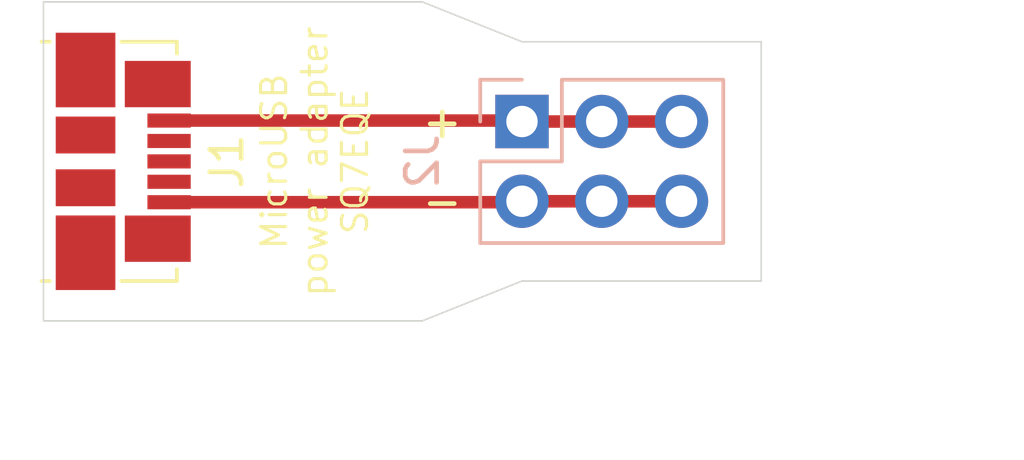
<source format=kicad_pcb>
(kicad_pcb (version 20171130) (host pcbnew 5.1.4-3.fc31)

  (general
    (thickness 1.6)
    (drawings 16)
    (tracks 8)
    (zones 0)
    (modules 2)
    (nets 7)
  )

  (page A4)
  (title_block
    (title "MicroUSB to PCB power Adapter")
    (date 2019-11-20)
    (rev 0.5)
    (company "MSc. Paweł Sobótka")
    (comment 1 "GNU GPLv3")
    (comment 2 "Design by SQ7EQE")
  )

  (layers
    (0 F.Cu signal)
    (31 B.Cu signal)
    (32 B.Adhes user)
    (33 F.Adhes user)
    (34 B.Paste user)
    (35 F.Paste user)
    (36 B.SilkS user)
    (37 F.SilkS user)
    (38 B.Mask user)
    (39 F.Mask user)
    (40 Dwgs.User user)
    (41 Cmts.User user)
    (42 Eco1.User user)
    (43 Eco2.User user)
    (44 Edge.Cuts user)
    (45 Margin user)
    (46 B.CrtYd user)
    (47 F.CrtYd user)
    (48 B.Fab user)
    (49 F.Fab user)
  )

  (setup
    (last_trace_width 0.25)
    (user_trace_width 0.4)
    (trace_clearance 0.2)
    (zone_clearance 0.508)
    (zone_45_only no)
    (trace_min 0.2)
    (via_size 0.8)
    (via_drill 0.4)
    (via_min_size 0.4)
    (via_min_drill 0.3)
    (uvia_size 0.3)
    (uvia_drill 0.1)
    (uvias_allowed no)
    (uvia_min_size 0.2)
    (uvia_min_drill 0.1)
    (edge_width 0.05)
    (segment_width 0.2)
    (pcb_text_width 0.3)
    (pcb_text_size 1.5 1.5)
    (mod_edge_width 0.12)
    (mod_text_size 1 1)
    (mod_text_width 0.15)
    (pad_size 1.524 1.524)
    (pad_drill 0.762)
    (pad_to_mask_clearance 0.051)
    (solder_mask_min_width 0.25)
    (aux_axis_origin 0 0)
    (visible_elements FFFFFF7F)
    (pcbplotparams
      (layerselection 0x092fc_ffffffff)
      (usegerberextensions false)
      (usegerberattributes true)
      (usegerberadvancedattributes true)
      (creategerberjobfile true)
      (excludeedgelayer true)
      (linewidth 0.150000)
      (plotframeref false)
      (viasonmask false)
      (mode 1)
      (useauxorigin true)
      (hpglpennumber 1)
      (hpglpenspeed 20)
      (hpglpendiameter 15.000000)
      (psnegative false)
      (psa4output false)
      (plotreference true)
      (plotvalue true)
      (plotinvisibletext false)
      (padsonsilk false)
      (subtractmaskfromsilk true)
      (outputformat 1)
      (mirror false)
      (drillshape 0)
      (scaleselection 1)
      (outputdirectory "plot/"))
  )

  (net 0 "")
  (net 1 "Net-(J1-Pad1)")
  (net 2 "Net-(J1-Pad2)")
  (net 3 "Net-(J1-Pad3)")
  (net 4 "Net-(J1-Pad4)")
  (net 5 "Net-(J1-Pad5)")
  (net 6 "Net-(J1-Pad6)")

  (net_class Default "To jest domyślna klasa połączeń."
    (clearance 0.2)
    (trace_width 0.25)
    (via_dia 0.8)
    (via_drill 0.4)
    (uvia_dia 0.3)
    (uvia_drill 0.1)
    (add_net "Net-(J1-Pad1)")
    (add_net "Net-(J1-Pad2)")
    (add_net "Net-(J1-Pad3)")
    (add_net "Net-(J1-Pad4)")
    (add_net "Net-(J1-Pad5)")
    (add_net "Net-(J1-Pad6)")
  )

  (module microUSB-to-pcb-power-adapter:PinHeader_2x03_P2.54mm_Vertical (layer B.Cu) (tedit 5DD54C37) (tstamp 5DD54B6A)
    (at 119.38 87.63 270)
    (descr "Through hole straight pin header, 2x03, 2.54mm pitch, double rows")
    (tags "Through hole pin header THT 2x03 2.54mm double row")
    (path /5DD54D9C)
    (fp_text reference J2 (at 1.27 3.175 270) (layer B.SilkS)
      (effects (font (size 1 1) (thickness 0.15)) (justify mirror))
    )
    (fp_text value Conn_PinHeader_PCB (at -5.08 -1.27 180) (layer B.Fab) hide
      (effects (font (size 1 1) (thickness 0.15)) (justify mirror))
    )
    (fp_text user %R (at 1.27 -2.54) (layer B.Fab)
      (effects (font (size 1 1) (thickness 0.15)) (justify mirror))
    )
    (fp_line (start 4.35 1.8) (end -1.8 1.8) (layer B.CrtYd) (width 0.05))
    (fp_line (start 4.35 -6.85) (end 4.35 1.8) (layer B.CrtYd) (width 0.05))
    (fp_line (start -1.8 -6.85) (end 4.35 -6.85) (layer B.CrtYd) (width 0.05))
    (fp_line (start -1.8 1.8) (end -1.8 -6.85) (layer B.CrtYd) (width 0.05))
    (fp_line (start -1.33 1.33) (end 0 1.33) (layer B.SilkS) (width 0.12))
    (fp_line (start -1.33 0) (end -1.33 1.33) (layer B.SilkS) (width 0.12))
    (fp_line (start 1.27 1.33) (end 3.87 1.33) (layer B.SilkS) (width 0.12))
    (fp_line (start 1.27 -1.27) (end 1.27 1.33) (layer B.SilkS) (width 0.12))
    (fp_line (start -1.33 -1.27) (end 1.27 -1.27) (layer B.SilkS) (width 0.12))
    (fp_line (start 3.87 1.33) (end 3.87 -6.41) (layer B.SilkS) (width 0.12))
    (fp_line (start -1.33 -1.27) (end -1.33 -6.41) (layer B.SilkS) (width 0.12))
    (fp_line (start -1.33 -6.41) (end 3.87 -6.41) (layer B.SilkS) (width 0.12))
    (fp_line (start -1.27 0) (end 0 1.27) (layer B.Fab) (width 0.1))
    (fp_line (start -1.27 -6.35) (end -1.27 0) (layer B.Fab) (width 0.1))
    (fp_line (start 3.81 -6.35) (end -1.27 -6.35) (layer B.Fab) (width 0.1))
    (fp_line (start 3.81 1.27) (end 3.81 -6.35) (layer B.Fab) (width 0.1))
    (fp_line (start 0 1.27) (end 3.81 1.27) (layer B.Fab) (width 0.1))
    (pad 4 thru_hole oval (at 2.54 -5.08 270) (size 1.7 1.7) (drill 1) (layers *.Cu *.Mask)
      (net 5 "Net-(J1-Pad5)"))
    (pad 3 thru_hole oval (at 0 -5.08 270) (size 1.7 1.7) (drill 1) (layers *.Cu *.Mask)
      (net 1 "Net-(J1-Pad1)"))
    (pad 5 thru_hole oval (at 2.54 -2.54 270) (size 1.7 1.7) (drill 1) (layers *.Cu *.Mask)
      (net 5 "Net-(J1-Pad5)"))
    (pad 2 thru_hole oval (at 0 -2.54 270) (size 1.7 1.7) (drill 1) (layers *.Cu *.Mask)
      (net 1 "Net-(J1-Pad1)"))
    (pad 6 thru_hole oval (at 2.54 0 270) (size 1.7 1.7) (drill 1) (layers *.Cu *.Mask)
      (net 5 "Net-(J1-Pad5)"))
    (pad 1 thru_hole rect (at 0 0 270) (size 1.7 1.7) (drill 1) (layers *.Cu *.Mask)
      (net 1 "Net-(J1-Pad1)"))
    (model ${KISYS3DMOD}/Connector_PinHeader_2.54mm.3dshapes/PinHeader_2x03_P2.54mm_Vertical.wrl
      (at (xyz 0 0 0))
      (scale (xyz 1 1 1))
      (rotate (xyz 0 0 0))
    )
  )

  (module Connector_USB:USB_Micro-B_Molex_47346-0001 (layer F.Cu) (tedit 5A1DC0BD) (tstamp 5DD54B4E)
    (at 106.68 88.9 270)
    (descr "Micro USB B receptable with flange, bottom-mount, SMD, right-angle (http://www.molex.com/pdm_docs/sd/473460001_sd.pdf)")
    (tags "Micro B USB SMD")
    (path /5DD547A1)
    (attr smd)
    (fp_text reference J1 (at 0 -3.3 270) (layer F.SilkS)
      (effects (font (size 1 1) (thickness 0.15)))
    )
    (fp_text value Molex_47346-0001 (at -6.35 0.635) (layer F.Fab) hide
      (effects (font (size 1 1) (thickness 0.15)))
    )
    (fp_text user "PCB Edge" (at 0 2.67 270) (layer Dwgs.User)
      (effects (font (size 0.4 0.4) (thickness 0.04)))
    )
    (fp_text user %R (at 0 1.2 90) (layer F.Fab)
      (effects (font (size 1 1) (thickness 0.15)))
    )
    (fp_line (start 3.81 -1.71) (end 3.43 -1.71) (layer F.SilkS) (width 0.12))
    (fp_line (start 4.6 3.9) (end -4.6 3.9) (layer F.CrtYd) (width 0.05))
    (fp_line (start 4.6 -2.7) (end 4.6 3.9) (layer F.CrtYd) (width 0.05))
    (fp_line (start -4.6 -2.7) (end 4.6 -2.7) (layer F.CrtYd) (width 0.05))
    (fp_line (start -4.6 3.9) (end -4.6 -2.7) (layer F.CrtYd) (width 0.05))
    (fp_line (start 3.75 3.35) (end -3.75 3.35) (layer F.Fab) (width 0.1))
    (fp_line (start 3.75 -1.65) (end 3.75 3.35) (layer F.Fab) (width 0.1))
    (fp_line (start -3.75 -1.65) (end 3.75 -1.65) (layer F.Fab) (width 0.1))
    (fp_line (start -3.75 3.35) (end -3.75 -1.65) (layer F.Fab) (width 0.1))
    (fp_line (start 3.81 2.34) (end 3.81 2.6) (layer F.SilkS) (width 0.12))
    (fp_line (start 3.81 -1.71) (end 3.81 0.06) (layer F.SilkS) (width 0.12))
    (fp_line (start -3.81 -1.71) (end -3.43 -1.71) (layer F.SilkS) (width 0.12))
    (fp_line (start -3.81 0.06) (end -3.81 -1.71) (layer F.SilkS) (width 0.12))
    (fp_line (start -3.81 2.6) (end -3.81 2.34) (layer F.SilkS) (width 0.12))
    (fp_line (start -3.25 2.65) (end 3.25 2.65) (layer F.Fab) (width 0.1))
    (pad 1 smd rect (at -1.3 -1.46 270) (size 0.45 1.38) (layers F.Cu F.Paste F.Mask)
      (net 1 "Net-(J1-Pad1)"))
    (pad 2 smd rect (at -0.65 -1.46 270) (size 0.45 1.38) (layers F.Cu F.Paste F.Mask)
      (net 2 "Net-(J1-Pad2)"))
    (pad 3 smd rect (at 0 -1.46 270) (size 0.45 1.38) (layers F.Cu F.Paste F.Mask)
      (net 3 "Net-(J1-Pad3)"))
    (pad 4 smd rect (at 0.65 -1.46 270) (size 0.45 1.38) (layers F.Cu F.Paste F.Mask)
      (net 4 "Net-(J1-Pad4)"))
    (pad 5 smd rect (at 1.3 -1.46 270) (size 0.45 1.38) (layers F.Cu F.Paste F.Mask)
      (net 5 "Net-(J1-Pad5)"))
    (pad 6 smd rect (at -2.4625 -1.1 270) (size 1.475 2.1) (layers F.Cu F.Paste F.Mask)
      (net 6 "Net-(J1-Pad6)"))
    (pad 6 smd rect (at 2.4625 -1.1 270) (size 1.475 2.1) (layers F.Cu F.Paste F.Mask)
      (net 6 "Net-(J1-Pad6)"))
    (pad 6 smd rect (at -2.91 1.2 270) (size 2.375 1.9) (layers F.Cu F.Paste F.Mask)
      (net 6 "Net-(J1-Pad6)"))
    (pad 6 smd rect (at 2.91 1.2 270) (size 2.375 1.9) (layers F.Cu F.Paste F.Mask)
      (net 6 "Net-(J1-Pad6)"))
    (pad 6 smd rect (at -0.84 1.2 270) (size 1.175 1.9) (layers F.Cu F.Paste F.Mask)
      (net 6 "Net-(J1-Pad6)"))
    (pad 6 smd rect (at 0.84 1.2 270) (size 1.175 1.9) (layers F.Cu F.Paste F.Mask)
      (net 6 "Net-(J1-Pad6)"))
    (model ${KISYS3DMOD}/Connector_USB.3dshapes/USB_Micro-B_Molex_47346-0001.wrl
      (at (xyz 0 0 0))
      (scale (xyz 1 1 1))
      (rotate (xyz 0 0 0))
    )
  )

  (gr_text - (at 116.84 90.17) (layer F.SilkS)
    (effects (font (size 1 1) (thickness 0.15)))
  )
  (gr_text + (at 116.84 87.63) (layer F.SilkS)
    (effects (font (size 1 1) (thickness 0.15)))
  )
  (gr_text "MicroUSB\npower adapter\nSQ7EQE" (at 112.776 88.9 90) (layer F.SilkS)
    (effects (font (size 0.8 0.8) (thickness 0.1)))
  )
  (dimension 10.16 (width 0.12) (layer Cmts.User)
    (gr_text "10,160 mm" (at 133.985 88.9 90) (layer Cmts.User)
      (effects (font (size 1 1) (thickness 0.15)))
    )
    (feature1 (pts (xy 116.205 83.82) (xy 133.301421 83.82)))
    (feature2 (pts (xy 116.205 93.98) (xy 133.301421 93.98)))
    (crossbar (pts (xy 132.715 93.98) (xy 132.715 83.82)))
    (arrow1a (pts (xy 132.715 83.82) (xy 133.301421 84.946504)))
    (arrow1b (pts (xy 132.715 83.82) (xy 132.128579 84.946504)))
    (arrow2a (pts (xy 132.715 93.98) (xy 133.301421 92.853496)))
    (arrow2b (pts (xy 132.715 93.98) (xy 132.128579 92.853496)))
  )
  (dimension 7.62 (width 0.12) (layer Cmts.User)
    (gr_text "7,620 mm" (at 130.81 88.9 90) (layer Cmts.User)
      (effects (font (size 1 1) (thickness 0.15)))
    )
    (feature1 (pts (xy 127 85.09) (xy 130.126421 85.09)))
    (feature2 (pts (xy 127 92.71) (xy 130.126421 92.71)))
    (crossbar (pts (xy 129.54 92.71) (xy 129.54 85.09)))
    (arrow1a (pts (xy 129.54 85.09) (xy 130.126421 86.216504)))
    (arrow1b (pts (xy 129.54 85.09) (xy 128.953579 86.216504)))
    (arrow2a (pts (xy 129.54 92.71) (xy 130.126421 91.583496)))
    (arrow2b (pts (xy 129.54 92.71) (xy 128.953579 91.583496)))
  )
  (dimension 12.065 (width 0.12) (layer Cmts.User)
    (gr_text "12,065 mm" (at 110.1725 96.52) (layer Cmts.User)
      (effects (font (size 1 1) (thickness 0.15)))
    )
    (feature1 (pts (xy 116.205 93.98) (xy 116.205 95.836421)))
    (feature2 (pts (xy 104.14 93.98) (xy 104.14 95.836421)))
    (crossbar (pts (xy 104.14 95.25) (xy 116.205 95.25)))
    (arrow1a (pts (xy 116.205 95.25) (xy 115.078496 95.836421)))
    (arrow1b (pts (xy 116.205 95.25) (xy 115.078496 94.663579)))
    (arrow2a (pts (xy 104.14 95.25) (xy 105.266504 95.836421)))
    (arrow2b (pts (xy 104.14 95.25) (xy 105.266504 94.663579)))
  )
  (dimension 7.62 (width 0.12) (layer Cmts.User)
    (gr_text "7,620 mm" (at 123.19 96.52) (layer Cmts.User)
      (effects (font (size 1 1) (thickness 0.15)))
    )
    (feature1 (pts (xy 127 92.71) (xy 127 95.836421)))
    (feature2 (pts (xy 119.38 92.71) (xy 119.38 95.836421)))
    (crossbar (pts (xy 119.38 95.25) (xy 127 95.25)))
    (arrow1a (pts (xy 127 95.25) (xy 125.873496 95.836421)))
    (arrow1b (pts (xy 127 95.25) (xy 125.873496 94.663579)))
    (arrow2a (pts (xy 119.38 95.25) (xy 120.506504 95.836421)))
    (arrow2b (pts (xy 119.38 95.25) (xy 120.506504 94.663579)))
  )
  (dimension 22.86 (width 0.12) (layer Cmts.User)
    (gr_text "22,860 mm" (at 115.57 99.06) (layer Cmts.User)
      (effects (font (size 1 1) (thickness 0.15)))
    )
    (feature1 (pts (xy 127 93.98) (xy 127 98.376421)))
    (feature2 (pts (xy 104.14 93.98) (xy 104.14 98.376421)))
    (crossbar (pts (xy 104.14 97.79) (xy 127 97.79)))
    (arrow1a (pts (xy 127 97.79) (xy 125.873496 98.376421)))
    (arrow1b (pts (xy 127 97.79) (xy 125.873496 97.203579)))
    (arrow2a (pts (xy 104.14 97.79) (xy 105.266504 98.376421)))
    (arrow2b (pts (xy 104.14 97.79) (xy 105.266504 97.203579)))
  )
  (gr_line (start 104.14 93.98) (end 104.14 83.82) (layer Edge.Cuts) (width 0.05))
  (gr_line (start 116.205 93.98) (end 104.14 93.98) (layer Edge.Cuts) (width 0.05))
  (gr_line (start 119.38 92.71) (end 116.205 93.98) (layer Edge.Cuts) (width 0.05))
  (gr_line (start 127 92.71) (end 119.38 92.71) (layer Edge.Cuts) (width 0.05))
  (gr_line (start 127 85.09) (end 127 92.71) (layer Edge.Cuts) (width 0.05))
  (gr_line (start 119.38 85.09) (end 127 85.09) (layer Edge.Cuts) (width 0.05))
  (gr_line (start 116.205 83.82) (end 119.38 85.09) (layer Edge.Cuts) (width 0.05))
  (gr_line (start 104.14 83.82) (end 116.205 83.82) (layer Edge.Cuts) (width 0.05))

  (segment (start 119.35 87.6) (end 119.38 87.63) (width 0.4) (layer F.Cu) (net 1))
  (segment (start 108.14 87.6) (end 119.35 87.6) (width 0.4) (layer F.Cu) (net 1))
  (segment (start 119.38 87.63) (end 121.92 87.63) (width 0.4) (layer F.Cu) (net 1))
  (segment (start 121.92 87.63) (end 124.46 87.63) (width 0.4) (layer F.Cu) (net 1))
  (segment (start 119.35 90.2) (end 119.38 90.17) (width 0.4) (layer F.Cu) (net 5))
  (segment (start 108.14 90.2) (end 119.35 90.2) (width 0.4) (layer F.Cu) (net 5))
  (segment (start 119.38 90.17) (end 121.92 90.17) (width 0.4) (layer F.Cu) (net 5))
  (segment (start 121.92 90.17) (end 124.46 90.17) (width 0.4) (layer F.Cu) (net 5))

)

</source>
